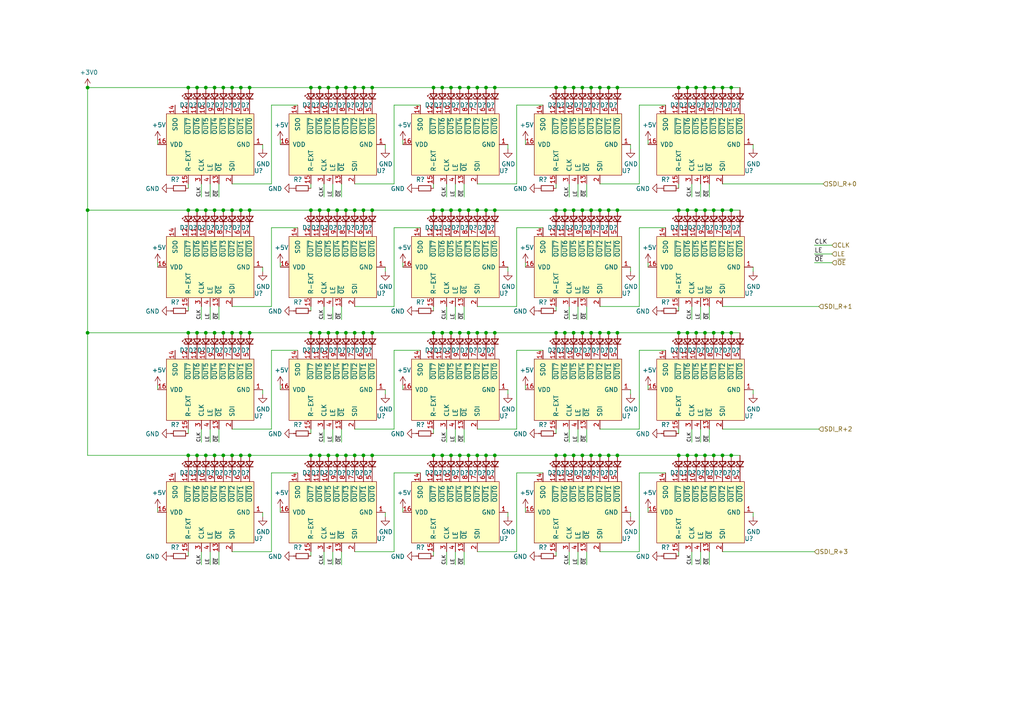
<source format=kicad_sch>
(kicad_sch (version 20211123) (generator eeschema)
  (paper "A4")
  (junction (at 135.89 132.08))
  (junction (at 107.95 96.52))
  (junction (at 207.01 132.08))
  (junction (at 90.17 96.52))
  (junction (at 92.71 60.96))
  (junction (at 179.07 132.08))
  (junction (at 57.15 60.96))
  (junction (at 176.53 96.52))
  (junction (at 62.23 132.08))
  (junction (at 97.79 132.08))
  (junction (at 90.17 132.08))
  (junction (at 163.83 96.52))
  (junction (at 133.35 25.4))
  (junction (at 138.43 25.4))
  (junction (at 196.85 96.52))
  (junction (at 161.29 96.52))
  (junction (at 133.35 132.08))
  (junction (at 161.29 60.96))
  (junction (at 90.17 25.4))
  (junction (at 130.81 60.96))
  (junction (at 128.27 132.08))
  (junction (at 128.27 96.52))
  (junction (at 92.71 25.4))
  (junction (at 163.83 25.4))
  (junction (at 64.77 132.08))
  (junction (at 201.93 132.08))
  (junction (at 97.79 96.52))
  (junction (at 107.95 132.08))
  (junction (at 54.61 60.96))
  (junction (at 204.47 60.96))
  (junction (at 176.53 132.08))
  (junction (at 199.39 25.4))
  (junction (at 199.39 132.08))
  (junction (at 138.43 132.08))
  (junction (at 130.81 25.4))
  (junction (at 138.43 96.52))
  (junction (at 199.39 60.96))
  (junction (at 173.99 25.4))
  (junction (at 54.61 96.52))
  (junction (at 105.41 96.52))
  (junction (at 171.45 132.08))
  (junction (at 100.33 96.52))
  (junction (at 100.33 60.96))
  (junction (at 140.97 25.4))
  (junction (at 102.87 60.96))
  (junction (at 199.39 96.52))
  (junction (at 143.51 60.96))
  (junction (at 161.29 25.4))
  (junction (at 95.25 60.96))
  (junction (at 140.97 132.08))
  (junction (at 176.53 25.4))
  (junction (at 105.41 25.4))
  (junction (at 67.31 96.52))
  (junction (at 196.85 25.4))
  (junction (at 196.85 60.96))
  (junction (at 173.99 60.96))
  (junction (at 100.33 132.08))
  (junction (at 133.35 96.52))
  (junction (at 196.85 132.08))
  (junction (at 207.01 60.96))
  (junction (at 176.53 60.96))
  (junction (at 143.51 96.52))
  (junction (at 135.89 25.4))
  (junction (at 97.79 60.96))
  (junction (at 209.55 25.4))
  (junction (at 168.91 132.08))
  (junction (at 67.31 25.4))
  (junction (at 57.15 132.08))
  (junction (at 67.31 132.08))
  (junction (at 64.77 60.96))
  (junction (at 130.81 132.08))
  (junction (at 133.35 60.96))
  (junction (at 143.51 132.08))
  (junction (at 166.37 132.08))
  (junction (at 72.39 25.4))
  (junction (at 69.85 132.08))
  (junction (at 59.69 132.08))
  (junction (at 212.09 25.4))
  (junction (at 102.87 25.4))
  (junction (at 204.47 96.52))
  (junction (at 171.45 60.96))
  (junction (at 125.73 60.96))
  (junction (at 105.41 132.08))
  (junction (at 72.39 132.08))
  (junction (at 128.27 25.4))
  (junction (at 57.15 25.4))
  (junction (at 135.89 96.52))
  (junction (at 125.73 96.52))
  (junction (at 168.91 96.52))
  (junction (at 209.55 132.08))
  (junction (at 90.17 60.96))
  (junction (at 125.73 25.4))
  (junction (at 62.23 25.4))
  (junction (at 128.27 60.96))
  (junction (at 25.4 25.4))
  (junction (at 212.09 132.08))
  (junction (at 107.95 25.4))
  (junction (at 59.69 60.96))
  (junction (at 140.97 96.52))
  (junction (at 173.99 132.08))
  (junction (at 207.01 25.4))
  (junction (at 138.43 60.96))
  (junction (at 140.97 60.96))
  (junction (at 62.23 60.96))
  (junction (at 207.01 96.52))
  (junction (at 92.71 132.08))
  (junction (at 69.85 25.4))
  (junction (at 125.73 132.08))
  (junction (at 168.91 60.96))
  (junction (at 204.47 25.4))
  (junction (at 59.69 96.52))
  (junction (at 64.77 96.52))
  (junction (at 179.07 96.52))
  (junction (at 100.33 25.4))
  (junction (at 135.89 60.96))
  (junction (at 62.23 96.52))
  (junction (at 204.47 132.08))
  (junction (at 171.45 25.4))
  (junction (at 69.85 96.52))
  (junction (at 69.85 60.96))
  (junction (at 168.91 25.4))
  (junction (at 95.25 132.08))
  (junction (at 166.37 96.52))
  (junction (at 209.55 96.52))
  (junction (at 105.41 60.96))
  (junction (at 209.55 60.96))
  (junction (at 179.07 25.4))
  (junction (at 171.45 96.52))
  (junction (at 201.93 60.96))
  (junction (at 102.87 96.52))
  (junction (at 92.71 96.52))
  (junction (at 95.25 25.4))
  (junction (at 72.39 96.52))
  (junction (at 102.87 132.08))
  (junction (at 212.09 96.52))
  (junction (at 59.69 25.4))
  (junction (at 166.37 25.4))
  (junction (at 97.79 25.4))
  (junction (at 107.95 60.96))
  (junction (at 130.81 96.52))
  (junction (at 25.4 60.96))
  (junction (at 179.07 60.96))
  (junction (at 166.37 60.96))
  (junction (at 95.25 96.52))
  (junction (at 25.4 96.52))
  (junction (at 161.29 132.08))
  (junction (at 163.83 60.96))
  (junction (at 64.77 25.4))
  (junction (at 67.31 60.96))
  (junction (at 163.83 132.08))
  (junction (at 57.15 96.52))
  (junction (at 201.93 96.52))
  (junction (at 212.09 60.96))
  (junction (at 143.51 25.4))
  (junction (at 173.99 96.52))
  (junction (at 54.61 25.4))
  (junction (at 72.39 60.96))
  (junction (at 201.93 25.4))
  (junction (at 54.61 132.08))
  (wire (pts (xy 212.09 60.96) (xy 214.63 60.96)))
  (wire (pts (xy 185.42 88.9) (xy 173.99 88.9)))
  (wire (pts (xy 185.42 53.34) (xy 173.99 53.34)))
  (wire (pts (xy 167.64 88.9) (xy 167.64 92.71)))
  (wire (pts (xy 54.61 161.29) (xy 54.61 160.02)))
  (wire (pts (xy 86.36 66.04) (xy 78.74 66.04)))
  (wire (pts (xy 165.1 124.46) (xy 165.1 128.27)))
  (wire (pts (xy 165.1 53.34) (xy 165.1 57.15)))
  (wire (pts (xy 114.3 160.02) (xy 102.87 160.02)))
  (wire (pts (xy 182.88 77.47) (xy 182.88 78.74)))
  (wire (pts (xy 182.88 113.03) (xy 182.88 114.3)))
  (wire (pts (xy 54.61 90.17) (xy 54.61 88.9)))
  (wire (pts (xy 59.69 60.96) (xy 62.23 60.96)))
  (wire (pts (xy 193.04 137.16) (xy 185.42 137.16)))
  (wire (pts (xy 130.81 25.4) (xy 133.35 25.4)))
  (wire (pts (xy 133.35 132.08) (xy 135.89 132.08)))
  (wire (pts (xy 135.89 60.96) (xy 138.43 60.96)))
  (wire (pts (xy 161.29 54.61) (xy 161.29 53.34)))
  (wire (pts (xy 96.52 53.34) (xy 96.52 57.15)))
  (wire (pts (xy 199.39 96.52) (xy 201.93 96.52)))
  (wire (pts (xy 114.3 66.04) (xy 114.3 88.9)))
  (wire (pts (xy 138.43 96.52) (xy 140.97 96.52)))
  (wire (pts (xy 45.72 76.2) (xy 45.72 77.47)))
  (wire (pts (xy 165.1 88.9) (xy 165.1 92.71)))
  (wire (pts (xy 69.85 25.4) (xy 72.39 25.4)))
  (wire (pts (xy 161.29 161.29) (xy 161.29 160.02)))
  (wire (pts (xy 166.37 25.4) (xy 168.91 25.4)))
  (wire (pts (xy 125.73 96.52) (xy 128.27 96.52)))
  (wire (pts (xy 125.73 60.96) (xy 128.27 60.96)))
  (wire (pts (xy 163.83 25.4) (xy 166.37 25.4)))
  (wire (pts (xy 95.25 132.08) (xy 97.79 132.08)))
  (wire (pts (xy 92.71 25.4) (xy 95.25 25.4)))
  (wire (pts (xy 129.54 124.46) (xy 129.54 128.27)))
  (wire (pts (xy 121.92 66.04) (xy 114.3 66.04)))
  (wire (pts (xy 173.99 60.96) (xy 176.53 60.96)))
  (wire (pts (xy 161.29 60.96) (xy 163.83 60.96)))
  (wire (pts (xy 196.85 161.29) (xy 196.85 160.02)))
  (wire (pts (xy 99.06 53.34) (xy 99.06 57.15)))
  (wire (pts (xy 149.86 88.9) (xy 138.43 88.9)))
  (wire (pts (xy 60.96 53.34) (xy 60.96 57.15)))
  (wire (pts (xy 161.29 96.52) (xy 163.83 96.52)))
  (wire (pts (xy 125.73 132.08) (xy 107.95 132.08)))
  (wire (pts (xy 76.2 78.74) (xy 76.2 77.47)))
  (wire (pts (xy 133.35 25.4) (xy 135.89 25.4)))
  (wire (pts (xy 63.5 88.9) (xy 63.5 92.71)))
  (wire (pts (xy 86.36 137.16) (xy 78.74 137.16)))
  (wire (pts (xy 114.3 137.16) (xy 114.3 160.02)))
  (wire (pts (xy 114.3 53.34) (xy 102.87 53.34)))
  (wire (pts (xy 121.92 137.16) (xy 114.3 137.16)))
  (wire (pts (xy 64.77 132.08) (xy 67.31 132.08)))
  (wire (pts (xy 209.55 132.08) (xy 212.09 132.08)))
  (wire (pts (xy 168.91 132.08) (xy 171.45 132.08)))
  (wire (pts (xy 173.99 25.4) (xy 176.53 25.4)))
  (wire (pts (xy 105.41 60.96) (xy 107.95 60.96)))
  (wire (pts (xy 166.37 132.08) (xy 168.91 132.08)))
  (wire (pts (xy 140.97 25.4) (xy 143.51 25.4)))
  (wire (pts (xy 64.77 60.96) (xy 67.31 60.96)))
  (wire (pts (xy 105.41 132.08) (xy 107.95 132.08)))
  (wire (pts (xy 171.45 25.4) (xy 173.99 25.4)))
  (wire (pts (xy 54.61 60.96) (xy 25.4 60.96)))
  (wire (pts (xy 212.09 25.4) (xy 214.63 25.4)))
  (wire (pts (xy 134.62 88.9) (xy 134.62 92.71)))
  (wire (pts (xy 176.53 96.52) (xy 179.07 96.52)))
  (wire (pts (xy 86.36 30.48) (xy 78.74 30.48)))
  (wire (pts (xy 134.62 160.02) (xy 134.62 163.83)))
  (wire (pts (xy 92.71 60.96) (xy 95.25 60.96)))
  (wire (pts (xy 166.37 60.96) (xy 168.91 60.96)))
  (wire (pts (xy 102.87 132.08) (xy 105.41 132.08)))
  (wire (pts (xy 111.76 41.91) (xy 111.76 43.18)))
  (wire (pts (xy 129.54 53.34) (xy 129.54 57.15)))
  (wire (pts (xy 241.3 76.2) (xy 236.22 76.2)))
  (wire (pts (xy 218.44 41.91) (xy 218.44 43.18)))
  (wire (pts (xy 200.66 53.34) (xy 200.66 57.15)))
  (wire (pts (xy 140.97 96.52) (xy 143.51 96.52)))
  (wire (pts (xy 58.42 160.02) (xy 58.42 163.83)))
  (wire (pts (xy 209.55 160.02) (xy 236.22 160.02)))
  (wire (pts (xy 97.79 96.52) (xy 100.33 96.52)))
  (wire (pts (xy 138.43 25.4) (xy 140.97 25.4)))
  (wire (pts (xy 130.81 96.52) (xy 133.35 96.52)))
  (wire (pts (xy 168.91 60.96) (xy 171.45 60.96)))
  (wire (pts (xy 203.2 53.34) (xy 203.2 57.15)))
  (wire (pts (xy 187.96 147.32) (xy 187.96 148.59)))
  (wire (pts (xy 57.15 96.52) (xy 59.69 96.52)))
  (wire (pts (xy 171.45 132.08) (xy 173.99 132.08)))
  (wire (pts (xy 241.3 73.66) (xy 236.22 73.66)))
  (wire (pts (xy 76.2 149.86) (xy 76.2 148.59)))
  (wire (pts (xy 69.85 60.96) (xy 72.39 60.96)))
  (wire (pts (xy 196.85 132.08) (xy 179.07 132.08)))
  (wire (pts (xy 200.66 160.02) (xy 200.66 163.83)))
  (wire (pts (xy 157.48 30.48) (xy 149.86 30.48)))
  (wire (pts (xy 59.69 25.4) (xy 62.23 25.4)))
  (wire (pts (xy 161.29 96.52) (xy 143.51 96.52)))
  (wire (pts (xy 134.62 53.34) (xy 134.62 57.15)))
  (wire (pts (xy 76.2 43.18) (xy 76.2 41.91)))
  (wire (pts (xy 125.73 54.61) (xy 125.73 53.34)))
  (wire (pts (xy 149.86 30.48) (xy 149.86 53.34)))
  (wire (pts (xy 135.89 25.4) (xy 138.43 25.4)))
  (wire (pts (xy 204.47 132.08) (xy 207.01 132.08)))
  (wire (pts (xy 207.01 96.52) (xy 209.55 96.52)))
  (wire (pts (xy 147.32 77.47) (xy 147.32 78.74)))
  (wire (pts (xy 205.74 124.46) (xy 205.74 128.27)))
  (wire (pts (xy 205.74 53.34) (xy 205.74 57.15)))
  (wire (pts (xy 116.84 111.76) (xy 116.84 113.03)))
  (wire (pts (xy 209.55 25.4) (xy 212.09 25.4)))
  (wire (pts (xy 62.23 60.96) (xy 64.77 60.96)))
  (wire (pts (xy 81.28 111.76) (xy 81.28 113.03)))
  (wire (pts (xy 209.55 60.96) (xy 212.09 60.96)))
  (wire (pts (xy 163.83 60.96) (xy 166.37 60.96)))
  (wire (pts (xy 72.39 25.4) (xy 90.17 25.4)))
  (wire (pts (xy 170.18 124.46) (xy 170.18 128.27)))
  (wire (pts (xy 149.86 66.04) (xy 149.86 88.9)))
  (wire (pts (xy 78.74 160.02) (xy 67.31 160.02)))
  (wire (pts (xy 193.04 66.04) (xy 185.42 66.04)))
  (wire (pts (xy 167.64 53.34) (xy 167.64 57.15)))
  (wire (pts (xy 90.17 96.52) (xy 92.71 96.52)))
  (wire (pts (xy 93.98 124.46) (xy 93.98 128.27)))
  (wire (pts (xy 185.42 137.16) (xy 185.42 160.02)))
  (wire (pts (xy 90.17 161.29) (xy 90.17 160.02)))
  (wire (pts (xy 170.18 88.9) (xy 170.18 92.71)))
  (wire (pts (xy 203.2 124.46) (xy 203.2 128.27)))
  (wire (pts (xy 54.61 132.08) (xy 57.15 132.08)))
  (wire (pts (xy 218.44 77.47) (xy 218.44 78.74)))
  (wire (pts (xy 78.74 30.48) (xy 78.74 53.34)))
  (wire (pts (xy 116.84 40.64) (xy 116.84 41.91)))
  (wire (pts (xy 170.18 53.34) (xy 170.18 57.15)))
  (wire (pts (xy 135.89 96.52) (xy 138.43 96.52)))
  (wire (pts (xy 196.85 60.96) (xy 179.07 60.96)))
  (wire (pts (xy 81.28 147.32) (xy 81.28 148.59)))
  (wire (pts (xy 105.41 25.4) (xy 107.95 25.4)))
  (wire (pts (xy 149.86 160.02) (xy 138.43 160.02)))
  (wire (pts (xy 125.73 96.52) (xy 107.95 96.52)))
  (wire (pts (xy 99.06 88.9) (xy 99.06 92.71)))
  (wire (pts (xy 161.29 60.96) (xy 143.51 60.96)))
  (wire (pts (xy 187.96 40.64) (xy 187.96 41.91)))
  (wire (pts (xy 25.4 132.08) (xy 25.4 96.52)))
  (wire (pts (xy 196.85 25.4) (xy 199.39 25.4)))
  (wire (pts (xy 176.53 25.4) (xy 179.07 25.4)))
  (wire (pts (xy 125.73 60.96) (xy 107.95 60.96)))
  (wire (pts (xy 60.96 160.02) (xy 60.96 163.83)))
  (wire (pts (xy 100.33 25.4) (xy 102.87 25.4)))
  (wire (pts (xy 78.74 53.34) (xy 67.31 53.34)))
  (wire (pts (xy 97.79 25.4) (xy 100.33 25.4)))
  (wire (pts (xy 134.62 124.46) (xy 134.62 128.27)))
  (wire (pts (xy 111.76 77.47) (xy 111.76 78.74)))
  (wire (pts (xy 207.01 132.08) (xy 209.55 132.08)))
  (wire (pts (xy 93.98 53.34) (xy 93.98 57.15)))
  (wire (pts (xy 125.73 25.4) (xy 107.95 25.4)))
  (wire (pts (xy 97.79 60.96) (xy 100.33 60.96)))
  (wire (pts (xy 111.76 148.59) (xy 111.76 149.86)))
  (wire (pts (xy 114.3 101.6) (xy 114.3 124.46)))
  (wire (pts (xy 63.5 53.34) (xy 63.5 57.15)))
  (wire (pts (xy 58.42 124.46) (xy 58.42 128.27)))
  (wire (pts (xy 132.08 160.02) (xy 132.08 163.83)))
  (wire (pts (xy 128.27 132.08) (xy 130.81 132.08)))
  (wire (pts (xy 205.74 160.02) (xy 205.74 163.83)))
  (wire (pts (xy 128.27 96.52) (xy 130.81 96.52)))
  (wire (pts (xy 67.31 96.52) (xy 69.85 96.52)))
  (wire (pts (xy 86.36 101.6) (xy 78.74 101.6)))
  (wire (pts (xy 241.3 71.12) (xy 236.22 71.12)))
  (wire (pts (xy 96.52 124.46) (xy 96.52 128.27)))
  (wire (pts (xy 45.72 111.76) (xy 45.72 113.03)))
  (wire (pts (xy 90.17 125.73) (xy 90.17 124.46)))
  (wire (pts (xy 135.89 132.08) (xy 138.43 132.08)))
  (wire (pts (xy 58.42 88.9) (xy 58.42 92.71)))
  (wire (pts (xy 81.28 40.64) (xy 81.28 41.91)))
  (wire (pts (xy 125.73 90.17) (xy 125.73 88.9)))
  (wire (pts (xy 157.48 66.04) (xy 149.86 66.04)))
  (wire (pts (xy 128.27 60.96) (xy 130.81 60.96)))
  (wire (pts (xy 176.53 60.96) (xy 179.07 60.96)))
  (wire (pts (xy 54.61 54.61) (xy 54.61 53.34)))
  (wire (pts (xy 90.17 54.61) (xy 90.17 53.34)))
  (wire (pts (xy 161.29 132.08) (xy 163.83 132.08)))
  (wire (pts (xy 200.66 88.9) (xy 200.66 92.71)))
  (wire (pts (xy 67.31 25.4) (xy 69.85 25.4)))
  (wire (pts (xy 69.85 132.08) (xy 72.39 132.08)))
  (wire (pts (xy 93.98 88.9) (xy 93.98 92.71)))
  (wire (pts (xy 57.15 25.4) (xy 59.69 25.4)))
  (wire (pts (xy 130.81 60.96) (xy 133.35 60.96)))
  (wire (pts (xy 57.15 132.08) (xy 59.69 132.08)))
  (wire (pts (xy 199.39 132.08) (xy 201.93 132.08)))
  (wire (pts (xy 161.29 132.08) (xy 143.51 132.08)))
  (wire (pts (xy 182.88 148.59) (xy 182.88 149.86)))
  (wire (pts (xy 133.35 96.52) (xy 135.89 96.52)))
  (wire (pts (xy 138.43 132.08) (xy 140.97 132.08)))
  (wire (pts (xy 90.17 96.52) (xy 72.39 96.52)))
  (wire (pts (xy 170.18 160.02) (xy 170.18 163.83)))
  (wire (pts (xy 90.17 60.96) (xy 92.71 60.96)))
  (wire (pts (xy 149.86 137.16) (xy 149.86 160.02)))
  (wire (pts (xy 64.77 96.52) (xy 67.31 96.52)))
  (wire (pts (xy 78.74 88.9) (xy 67.31 88.9)))
  (wire (pts (xy 54.61 60.96) (xy 57.15 60.96)))
  (wire (pts (xy 69.85 96.52) (xy 72.39 96.52)))
  (wire (pts (xy 121.92 30.48) (xy 114.3 30.48)))
  (wire (pts (xy 95.25 60.96) (xy 97.79 60.96)))
  (wire (pts (xy 201.93 60.96) (xy 204.47 60.96)))
  (wire (pts (xy 196.85 90.17) (xy 196.85 88.9)))
  (wire (pts (xy 60.96 88.9) (xy 60.96 92.71)))
  (wire (pts (xy 196.85 96.52) (xy 179.07 96.52)))
  (wire (pts (xy 45.72 40.64) (xy 45.72 41.91)))
  (wire (pts (xy 196.85 60.96) (xy 199.39 60.96)))
  (wire (pts (xy 138.43 60.96) (xy 140.97 60.96)))
  (wire (pts (xy 185.42 160.02) (xy 173.99 160.02)))
  (wire (pts (xy 167.64 160.02) (xy 167.64 163.83)))
  (wire (pts (xy 121.92 101.6) (xy 114.3 101.6)))
  (wire (pts (xy 63.5 160.02) (xy 63.5 163.83)))
  (wire (pts (xy 167.64 124.46) (xy 167.64 128.27)))
  (wire (pts (xy 176.53 132.08) (xy 179.07 132.08)))
  (wire (pts (xy 209.55 124.46) (xy 237.49 124.46)))
  (wire (pts (xy 67.31 132.08) (xy 69.85 132.08)))
  (wire (pts (xy 133.35 60.96) (xy 135.89 60.96)))
  (wire (pts (xy 157.48 137.16) (xy 149.86 137.16)))
  (wire (pts (xy 54.61 25.4) (xy 57.15 25.4)))
  (wire (pts (xy 161.29 125.73) (xy 161.29 124.46)))
  (wire (pts (xy 125.73 125.73) (xy 125.73 124.46)))
  (wire (pts (xy 78.74 66.04) (xy 78.74 88.9)))
  (wire (pts (xy 171.45 60.96) (xy 173.99 60.96)))
  (wire (pts (xy 168.91 25.4) (xy 171.45 25.4)))
  (wire (pts (xy 173.99 132.08) (xy 176.53 132.08)))
  (wire (pts (xy 185.42 30.48) (xy 185.42 53.34)))
  (wire (pts (xy 58.42 53.34) (xy 58.42 57.15)))
  (wire (pts (xy 161.29 25.4) (xy 143.51 25.4)))
  (wire (pts (xy 125.73 132.08) (xy 128.27 132.08)))
  (wire (pts (xy 95.25 96.52) (xy 97.79 96.52)))
  (wire (pts (xy 185.42 66.04) (xy 185.42 88.9)))
  (wire (pts (xy 116.84 76.2) (xy 116.84 77.47)))
  (wire (pts (xy 199.39 60.96) (xy 201.93 60.96)))
  (wire (pts (xy 187.96 76.2) (xy 187.96 77.47)))
  (wire (pts (xy 165.1 160.02) (xy 165.1 163.83)))
  (wire (pts (xy 207.01 25.4) (xy 209.55 25.4)))
  (wire (pts (xy 218.44 148.59) (xy 218.44 149.86)))
  (wire (pts (xy 203.2 160.02) (xy 203.2 163.83)))
  (wire (pts (xy 149.86 53.34) (xy 138.43 53.34)))
  (wire (pts (xy 182.88 41.91) (xy 182.88 43.18)))
  (wire (pts (xy 140.97 132.08) (xy 143.51 132.08)))
  (wire (pts (xy 204.47 96.52) (xy 207.01 96.52)))
  (wire (pts (xy 149.86 101.6) (xy 149.86 124.46)))
  (wire (pts (xy 45.72 147.32) (xy 45.72 148.59)))
  (wire (pts (xy 147.32 113.03) (xy 147.32 114.3)))
  (wire (pts (xy 166.37 96.52) (xy 168.91 96.52)))
  (wire (pts (xy 54.61 96.52) (xy 25.4 96.52)))
  (wire (pts (xy 129.54 160.02) (xy 129.54 163.83)))
  (wire (pts (xy 92.71 96.52) (xy 95.25 96.52)))
  (wire (pts (xy 196.85 125.73) (xy 196.85 124.46)))
  (wire (pts (xy 187.96 111.76) (xy 187.96 113.03)))
  (wire (pts (xy 90.17 60.96) (xy 72.39 60.96)))
  (wire (pts (xy 93.98 160.02) (xy 93.98 163.83)))
  (wire (pts (xy 129.54 88.9) (xy 129.54 92.71)))
  (wire (pts (xy 99.06 124.46) (xy 99.06 128.27)))
  (wire (pts (xy 152.4 76.2) (xy 152.4 77.47)))
  (wire (pts (xy 163.83 96.52) (xy 166.37 96.52)))
  (wire (pts (xy 152.4 40.64) (xy 152.4 41.91)))
  (wire (pts (xy 201.93 25.4) (xy 204.47 25.4)))
  (wire (pts (xy 99.06 160.02) (xy 99.06 163.83)))
  (wire (pts (xy 161.29 25.4) (xy 163.83 25.4)))
  (wire (pts (xy 238.76 53.34) (xy 209.55 53.34)))
  (wire (pts (xy 90.17 90.17) (xy 90.17 88.9)))
  (wire (pts (xy 90.17 132.08) (xy 72.39 132.08)))
  (wire (pts (xy 90.17 25.4) (xy 92.71 25.4)))
  (wire (pts (xy 102.87 60.96) (xy 105.41 60.96)))
  (wire (pts (xy 59.69 132.08) (xy 62.23 132.08)))
  (wire (pts (xy 132.08 53.34) (xy 132.08 57.15)))
  (wire (pts (xy 209.55 88.9) (xy 237.49 88.9)))
  (wire (pts (xy 54.61 125.73) (xy 54.61 124.46)))
  (wire (pts (xy 152.4 147.32) (xy 152.4 148.59)))
  (wire (pts (xy 171.45 96.52) (xy 173.99 96.52)))
  (wire (pts (xy 152.4 111.76) (xy 152.4 113.03)))
  (wire (pts (xy 114.3 124.46) (xy 102.87 124.46)))
  (wire (pts (xy 59.69 96.52) (xy 62.23 96.52)))
  (wire (pts (xy 204.47 60.96) (xy 207.01 60.96)))
  (wire (pts (xy 111.76 113.03) (xy 111.76 114.3)))
  (wire (pts (xy 67.31 60.96) (xy 69.85 60.96)))
  (wire (pts (xy 125.73 25.4) (xy 128.27 25.4)))
  (wire (pts (xy 92.71 132.08) (xy 95.25 132.08)))
  (wire (pts (xy 200.66 124.46) (xy 200.66 128.27)))
  (wire (pts (xy 147.32 41.91) (xy 147.32 43.18)))
  (wire (pts (xy 132.08 124.46) (xy 132.08 128.27)))
  (wire (pts (xy 60.96 124.46) (xy 60.96 128.27)))
  (wire (pts (xy 96.52 88.9) (xy 96.52 92.71)))
  (wire (pts (xy 193.04 30.48) (xy 185.42 30.48)))
  (wire (pts (xy 78.74 124.46) (xy 67.31 124.46)))
  (wire (pts (xy 25.4 60.96) (xy 25.4 96.52)))
  (wire (pts (xy 201.93 96.52) (xy 204.47 96.52)))
  (wire (pts (xy 196.85 25.4) (xy 179.07 25.4)))
  (wire (pts (xy 207.01 60.96) (xy 209.55 60.96)))
  (wire (pts (xy 185.42 101.6) (xy 185.42 124.46)))
  (wire (pts (xy 100.33 132.08) (xy 102.87 132.08)))
  (wire (pts (xy 62.23 96.52) (xy 64.77 96.52)))
  (wire (pts (xy 185.42 124.46) (xy 173.99 124.46)))
  (wire (pts (xy 204.47 25.4) (xy 207.01 25.4)))
  (wire (pts (xy 199.39 25.4) (xy 201.93 25.4)))
  (wire (pts (xy 163.83 132.08) (xy 166.37 132.08)))
  (wire (pts (xy 54.61 96.52) (xy 57.15 96.52)))
  (wire (pts (xy 209.55 96.52) (xy 212.09 96.52)))
  (wire (pts (xy 157.48 101.6) (xy 149.86 101.6)))
  (wire (pts (xy 132.08 88.9) (xy 132.08 92.71)))
  (wire (pts (xy 63.5 124.46) (xy 63.5 128.27)))
  (wire (pts (xy 218.44 113.03) (xy 218.44 114.3)))
  (wire (pts (xy 205.74 88.9) (xy 205.74 92.71)))
  (wire (pts (xy 114.3 88.9) (xy 102.87 88.9)))
  (wire (pts (xy 161.29 90.17) (xy 161.29 88.9)))
  (wire (pts (xy 196.85 132.08) (xy 199.39 132.08)))
  (wire (pts (xy 54.61 132.08) (xy 25.4 132.08)))
  (wire (pts (xy 130.81 132.08) (xy 133.35 132.08)))
  (wire (pts (xy 90.17 132.08) (xy 92.71 132.08)))
  (wire (pts (xy 116.84 147.32) (xy 116.84 148.59)))
  (wire (pts (xy 100.33 96.52) (xy 102.87 96.52)))
  (wire (pts (xy 168.91 96.52) (xy 171.45 96.52)))
  (wire (pts (xy 212.09 132.08) (xy 214.63 132.08)))
  (wire (pts (xy 25.4 25.4) (xy 54.61 25.4)))
  (wire (pts (xy 78.74 137.16) (xy 78.74 160.02)))
  (wire (pts (xy 100.33 60.96) (xy 102.87 60.96)))
  (wire (pts (xy 97.79 132.08) (xy 100.33 132.08)))
  (wire (pts (xy 57.15 60.96) (xy 59.69 60.96)))
  (wire (pts (xy 203.2 88.9) (xy 203.2 92.71)))
  (wire (pts (xy 96.52 160.02) (xy 96.52 163.83)))
  (wire (pts (xy 196.85 54.61) (xy 196.85 53.34)))
  (wire (pts (xy 114.3 30.48) (xy 114.3 53.34)))
  (wire (pts (xy 193.04 101.6) (xy 185.42 101.6)))
  (wire (pts (xy 212.09 96.52) (xy 214.63 96.52)))
  (wire (pts (xy 25.4 25.4) (xy 25.4 60.96)))
  (wire (pts (xy 81.28 76.2) (xy 81.28 77.47)))
  (wire (pts (xy 95.25 25.4) (xy 97.79 25.4)))
  (wire (pts (xy 140.97 60.96) (xy 143.51 60.96)))
  (wire (pts (xy 128.27 25.4) (xy 130.81 25.4)))
  (wire (pts (xy 201.93 132.08) (xy 204.47 132.08)))
  (wire (pts (xy 62.23 132.08) (xy 64.77 132.08)))
  (wire (pts (xy 102.87 96.52) (xy 105.41 96.52)))
  (wire (pts (xy 196.85 96.52) (xy 199.39 96.52)))
  (wire (pts (xy 64.77 25.4) (xy 67.31 25.4)))
  (wire (pts (xy 76.2 114.3) (xy 76.2 113.03)))
  (wire (pts (xy 173.99 96.52) (xy 176.53 96.52)))
  (wire (pts (xy 105.41 96.52) (xy 107.95 96.52)))
  (wire (pts (xy 102.87 25.4) (xy 105.41 25.4)))
  (wire (pts (xy 62.23 25.4) (xy 64.77 25.4)))
  (wire (pts (xy 78.74 101.6) (xy 78.74 124.46)))
  (wire (pts (xy 125.73 161.29) (xy 125.73 160.02)))
  (wire (pts (xy 147.32 148.59) (xy 147.32 149.86)))
  (wire (pts (xy 149.86 124.46) (xy 138.43 124.46)))
  (label "CLK" (at 58.42 92.71 90) (effects (font (size 0.9906 0.9906))))
  (label "~{OE}" (at 205.74 128.27 90) (effects (font (size 0.9906 0.9906))))
  (label "LE" (at 203.2 57.15 90) (effects (font (size 0.9906 0.9906))))
  (label "LE" (at 203.2 92.71 90) (effects (font (size 0.9906 0.9906))))
  (label "LE" (at 96.52 163.83 90) (effects (font (size 0.9906 0.9906))))
  (label "CLK" (at 58.42 163.83 90) (effects (font (size 0.9906 0.9906))))
  (label "LE" (at 132.08 57.15 90) (effects (font (size 0.9906 0.9906))))
  (label "CLK" (at 236.22 71.12 0))
  (label "LE" (at 167.64 92.71 90) (effects (font (size 0.9906 0.9906))))
  (label "CLK" (at 58.42 57.15 90) (effects (font (size 0.9906 0.9906))))
  (label "~{OE}" (at 134.62 92.71 90) (effects (font (size 0.9906 0.9906))))
  (label "CLK" (at 58.42 128.27 90) (effects (font (size 0.9906 0.9906))))
  (label "CLK" (at 165.1 57.15 90) (effects (font (size 0.9906 0.9906))))
  (label "LE" (at 167.64 128.27 90) (effects (font (size 0.9906 0.9906))))
  (label "~{OE}" (at 170.18 128.27 90) (effects (font (size 0.9906 0.9906))))
  (label "~{OE}" (at 99.06 92.71 90) (effects (font (size 0.9906 0.9906))))
  (label "LE" (at 203.2 163.83 90) (effects (font (size 0.9906 0.9906))))
  (label "LE" (at 96.52 57.15 90) (effects (font (size 0.9906 0.9906))))
  (label "LE" (at 60.96 92.71 90) (effects (font (size 0.9906 0.9906))))
  (label "~{OE}" (at 134.62 57.15 90) (effects (font (size 0.9906 0.9906))))
  (label "CLK" (at 200.66 92.71 90) (effects (font (size 0.9906 0.9906))))
  (label "~{OE}" (at 236.22 76.2 0))
  (label "LE" (at 96.52 128.27 90) (effects (font (size 0.9906 0.9906))))
  (label "LE" (at 167.64 163.83 90) (effects (font (size 0.9906 0.9906))))
  (label "~{OE}" (at 63.5 128.27 90) (effects (font (size 0.9906 0.9906))))
  (label "CLK" (at 129.54 163.83 90) (effects (font (size 0.9906 0.9906))))
  (label "~{OE}" (at 63.5 57.15 90) (effects (font (size 0.9906 0.9906))))
  (label "LE" (at 60.96 57.15 90) (effects (font (size 0.9906 0.9906))))
  (label "~{OE}" (at 99.06 57.15 90) (effects (font (size 0.9906 0.9906))))
  (label "CLK" (at 129.54 128.27 90) (effects (font (size 0.9906 0.9906))))
  (label "~{OE}" (at 170.18 163.83 90) (effects (font (size 0.9906 0.9906))))
  (label "~{OE}" (at 99.06 163.83 90) (effects (font (size 0.9906 0.9906))))
  (label "CLK" (at 165.1 128.27 90) (effects (font (size 0.9906 0.9906))))
  (label "CLK" (at 165.1 163.83 90) (effects (font (size 0.9906 0.9906))))
  (label "CLK" (at 129.54 92.71 90) (effects (font (size 0.9906 0.9906))))
  (label "~{OE}" (at 63.5 92.71 90) (effects (font (size 0.9906 0.9906))))
  (label "LE" (at 132.08 128.27 90) (effects (font (size 0.9906 0.9906))))
  (label "~{OE}" (at 170.18 57.15 90) (effects (font (size 0.9906 0.9906))))
  (label "~{OE}" (at 134.62 163.83 90) (effects (font (size 0.9906 0.9906))))
  (label "LE" (at 167.64 57.15 90) (effects (font (size 0.9906 0.9906))))
  (label "~{OE}" (at 99.06 128.27 90) (effects (font (size 0.9906 0.9906))))
  (label "~{OE}" (at 134.62 128.27 90) (effects (font (size 0.9906 0.9906))))
  (label "LE" (at 203.2 128.27 90) (effects (font (size 0.9906 0.9906))))
  (label "CLK" (at 93.98 92.71 90) (effects (font (size 0.9906 0.9906))))
  (label "LE" (at 236.22 73.66 0))
  (label "CLK" (at 93.98 128.27 90) (effects (font (size 0.9906 0.9906))))
  (label "CLK" (at 200.66 163.83 90) (effects (font (size 0.9906 0.9906))))
  (label "CLK" (at 165.1 92.71 90) (effects (font (size 0.9906 0.9906))))
  (label "~{OE}" (at 170.18 92.71 90) (effects (font (size 0.9906 0.9906))))
  (label "LE" (at 96.52 92.71 90) (effects (font (size 0.9906 0.9906))))
  (label "LE" (at 60.96 128.27 90) (effects (font (size 0.9906 0.9906))))
  (label "LE" (at 60.96 163.83 90) (effects (font (size 0.9906 0.9906))))
  (label "LE" (at 132.08 163.83 90) (effects (font (size 0.9906 0.9906))))
  (label "CLK" (at 200.66 57.15 90) (effects (font (size 0.9906 0.9906))))
  (label "CLK" (at 200.66 128.27 90) (effects (font (size 0.9906 0.9906))))
  (label "CLK" (at 129.54 57.15 90) (effects (font (size 0.9906 0.9906))))
  (label "~{OE}" (at 205.74 163.83 90) (effects (font (size 0.9906 0.9906))))
  (label "CLK" (at 93.98 57.15 90) (effects (font (size 0.9906 0.9906))))
  (label "~{OE}" (at 205.74 57.15 90) (effects (font (size 0.9906 0.9906))))
  (label "LE" (at 132.08 92.71 90) (effects (font (size 0.9906 0.9906))))
  (label "CLK" (at 93.98 163.83 90) (effects (font (size 0.9906 0.9906))))
  (label "~{OE}" (at 63.5 163.83 90) (effects (font (size 0.9906 0.9906))))
  (label "~{OE}" (at 205.74 92.71 90) (effects (font (size 0.9906 0.9906))))
  (hierarchical_label "CLK" (shape input) (at 241.3 71.12 0))
  (hierarchical_label "~{OE}" (shape input) (at 241.3 76.2 0))
  (hierarchical_label "SDI_R+3" (shape input) (at 236.22 160.02 0))
  (hierarchical_label "LE" (shape input) (at 241.3 73.66 0))
  (hierarchical_label "SDI_R+0" (shape input) (at 238.76 53.34 0))
  (hierarchical_label "SDI_R+1" (shape input) (at 237.49 88.9 0))
  (hierarchical_label "SDI_R+2" (shape input) (at 237.49 124.46 0))
  (symbol (lib_id "LedMatrixBusLarge-rescue:MBI5167G-LedDriverIc") (at 96.52 148.59 90) (unit 1)
    (property "Reference" "U?" (at 109.22 156.21 90) (effects (justify right)))
  )
  (symbol (lib_id "power:+5V") (at 81.28 147.32 0) (unit 1)
    (property "Reference" "#PWR?" (effects hide))
  )
  (symbol (lib_id "power:GND") (at 147.32 114.3 0) (unit 1)
    (property "Reference" "#PWR?" (effects hide))
  )
  (symbol (lib_id "LedMatrixBusLarge-rescue:MBI5167G-LedDriverIc") (at 167.64 113.03 90) (unit 1)
    (property "Reference" "U?" (at 180.34 120.65 90) (effects (justify right)))
  )
  (symbol (lib_id "power:+5V") (at 152.4 111.76 0) (unit 1)
    (property "Reference" "#PWR?" (effects hide))
  )
  (symbol (lib_id "power:GND") (at 182.88 43.18 0) (unit 1)
    (property "Reference" "#PWR?" (effects hide))
  )
  (symbol (lib_id "Device:LED_Small") (at 128.27 27.94 90) (unit 1)
    (property "Reference" "D?" (at 125.73 30.48 90) (effects (justify right)))
  )
  (symbol (lib_id "Device:LED_Small") (at 130.81 27.94 90) (unit 1)
    (property "Reference" "D?" (at 128.27 30.48 90) (effects (justify right)))
  )
  (symbol (lib_id "Device:LED_Small") (at 133.35 27.94 90) (unit 1)
    (property "Reference" "D?" (at 130.81 30.48 90) (effects (justify right)))
  )
  (symbol (lib_id "Device:LED_Small") (at 168.91 27.94 90) (unit 1)
    (property "Reference" "D?" (at 166.37 30.48 90) (effects (justify right)))
  )
  (symbol (lib_id "Device:LED_Small") (at 173.99 27.94 90) (unit 1)
    (property "Reference" "D?" (at 171.45 30.48 90) (effects (justify right)))
  )
  (symbol (lib_id "Device:LED_Small") (at 179.07 27.94 90) (unit 1)
    (property "Reference" "D?" (at 176.53 30.48 90) (effects (justify right)))
  )
  (symbol (lib_id "Device:LED_Small") (at 196.85 27.94 90) (unit 1)
    (property "Reference" "D?" (at 194.31 30.48 90) (effects (justify right)))
  )
  (symbol (lib_id "Device:LED_Small") (at 201.93 27.94 90) (unit 1)
    (property "Reference" "D?" (at 199.39 30.48 90) (effects (justify right)))
  )
  (symbol (lib_id "Device:LED_Small") (at 204.47 27.94 90) (unit 1)
    (property "Reference" "D?" (at 201.93 30.48 90) (effects (justify right)))
  )
  (symbol (lib_id "Device:LED_Small") (at 69.85 63.5 90) (unit 1)
    (property "Reference" "D?" (at 67.31 66.04 90) (effects (justify right)))
  )
  (symbol (lib_id "Device:LED_Small") (at 125.73 63.5 90) (unit 1)
    (property "Reference" "D?" (at 123.19 66.04 90) (effects (justify right)))
  )
  (symbol (lib_id "Device:LED_Small") (at 128.27 63.5 90) (unit 1)
    (property "Reference" "D?" (at 125.73 66.04 90) (effects (justify right)))
  )
  (symbol (lib_id "Device:LED_Small") (at 130.81 63.5 90) (unit 1)
    (property "Reference" "D?" (at 128.27 66.04 90) (effects (justify right)))
  )
  (symbol (lib_id "Device:LED_Small") (at 143.51 63.5 90) (unit 1)
    (property "Reference" "D?" (at 140.97 66.04 90) (effects (justify right)))
  )
  (symbol (lib_id "Device:LED_Small") (at 161.29 63.5 90) (unit 1)
    (property "Reference" "D?" (at 158.75 66.04 90) (effects (justify right)))
  )
  (symbol (lib_id "Device:LED_Small") (at 163.83 63.5 90) (unit 1)
    (property "Reference" "D?" (at 161.29 66.04 90) (effects (justify right)))
  )
  (symbol (lib_id "Device:LED_Small") (at 196.85 63.5 90) (unit 1)
    (property "Reference" "D?" (at 194.31 66.04 90) (effects (justify right)))
  )
  (symbol (lib_id "Device:LED_Small") (at 207.01 63.5 90) (unit 1)
    (property "Reference" "D?" (at 204.47 66.04 90) (effects (justify right)))
  )
  (symbol (lib_id "Device:LED_Small") (at 209.55 63.5 90) (unit 1)
    (property "Reference" "D?" (at 207.01 66.04 90) (effects (justify right)))
  )
  (symbol (lib_id "Device:LED_Small") (at 212.09 63.5 90) (unit 1)
    (property "Reference" "D?" (at 209.55 66.04 90) (effects (justify right)))
  )
  (symbol (lib_id "Device:LED_Small") (at 100.33 99.06 90) (unit 1)
    (property "Reference" "D?" (at 97.79 101.6 90) (effects (justify right)))
  )
  (symbol (lib_id "Device:LED_Small") (at 64.77 134.62 90) (unit 1)
    (property "Reference" "D?" (at 62.23 137.16 90) (effects (justify right)))
  )
  (symbol (lib_id "Device:LED_Small") (at 92.71 134.62 90) (unit 1)
    (property "Reference" "D?" (at 90.17 137.16 90) (effects (justify right)))
  )
  (symbol (lib_id "Device:LED_Small") (at 128.27 134.62 90) (unit 1)
    (property "Reference" "D?" (at 125.73 137.16 90) (effects (justify right)))
  )
  (symbol (lib_id "Device:LED_Small") (at 130.81 134.62 90) (unit 1)
    (property "Reference" "D?" (at 128.27 137.16 90) (effects (justify right)))
  )
  (symbol (lib_id "Device:LED_Small") (at 176.53 134.62 90) (unit 1)
    (property "Reference" "D?" (at 173.99 137.16 90) (effects (justify right)))
  )
  (symbol (lib_id "power:GND") (at 85.09 90.17 270) (unit 1)
    (property "Reference" "#PWR?" (effects hide))
  )
  (symbol (lib_id "power:GND") (at 156.21 125.73 270) (unit 1)
    (property "Reference" "#PWR?" (effects hide))
  )
  (symbol (lib_id "LedMatrixBusLarge-rescue:MBI5167G-LedDriverIc") (at 132.08 148.59 90) (unit 1)
    (property "Reference" "U?" (at 144.78 156.21 90) (effects (justify right)))
  )
  (symbol (lib_id "power:+5V") (at 45.72 147.32 0) (unit 1)
    (property "Reference" "#PWR?" (effects hide))
  )
  (symbol (lib_id "power:GND") (at 111.76 149.86 0) (unit 1)
    (property "Reference" "#PWR?" (effects hide))
  )
  (symbol (lib_id "power:+5V") (at 116.84 147.32 0) (unit 1)
    (property "Reference" "#PWR?" (effects hide))
  )
  (symbol (lib_id "power:GND") (at 147.32 149.86 0) (unit 1)
    (property "Reference" "#PWR?" (effects hide))
  )
  (symbol (lib_id "LedMatrixBusLarge-rescue:MBI5167G-LedDriverIc") (at 167.64 148.59 90) (unit 1)
    (property "Reference" "U?" (at 180.34 156.21 90) (effects (justify right)))
  )
  (symbol (lib_id "power:+5V") (at 152.4 147.32 0) (unit 1)
    (property "Reference" "#PWR?" (effects hide))
  )
  (symbol (lib_id "power:GND") (at 182.88 149.86 0) (unit 1)
    (property "Reference" "#PWR?" (effects hide))
  )
  (symbol (lib_id "power:+5V") (at 187.96 147.32 0) (unit 1)
    (property "Reference" "#PWR?" (effects hide))
  )
  (symbol (lib_id "power:GND") (at 218.44 149.86 0) (unit 1)
    (property "Reference" "#PWR?" (effects hide))
  )
  (symbol (lib_id "power:GND") (at 76.2 149.86 0) (unit 1)
    (property "Reference" "#PWR?" (effects hide))
  )
  (symbol (lib_id "LedMatrixBusLarge-rescue:MBI5167G-LedDriverIc") (at 60.96 113.03 90) (unit 1)
    (property "Reference" "U?" (at 73.66 120.65 90) (effects (justify right)))
  )
  (symbol (lib_id "LedMatrixBusLarge-rescue:MBI5167G-LedDriverIc") (at 96.52 113.03 90) (unit 1)
    (property "Reference" "U?" (at 109.22 120.65 90) (effects (justify right)))
  )
  (symbol (lib_id "power:+5V") (at 81.28 111.76 0) (unit 1)
    (property "Reference" "#PWR?" (effects hide))
  )
  (symbol (lib_id "power:+5V") (at 45.72 111.76 0) (unit 1)
    (property "Reference" "#PWR?" (effects hide))
  )
  (symbol (lib_id "power:+5V") (at 116.84 111.76 0) (unit 1)
    (property "Reference" "#PWR?" (effects hide))
  )
  (symbol (lib_id "power:GND") (at 182.88 114.3 0) (unit 1)
    (property "Reference" "#PWR?" (effects hide))
  )
  (symbol (lib_id "LedMatrixBusLarge-rescue:MBI5167G-LedDriverIc") (at 203.2 113.03 90) (unit 1)
    (property "Reference" "U?" (at 215.9 120.65 90) (effects (justify right)))
  )
  (symbol (lib_id "power:+5V") (at 187.96 111.76 0) (unit 1)
    (property "Reference" "#PWR?" (effects hide))
  )
  (symbol (lib_id "power:GND") (at 218.44 114.3 0) (unit 1)
    (property "Reference" "#PWR?" (effects hide))
  )
  (symbol (lib_id "power:GND") (at 76.2 114.3 0) (unit 1)
    (property "Reference" "#PWR?" (effects hide))
  )
  (symbol (lib_id "LedMatrixBusLarge-rescue:MBI5167G-LedDriverIc") (at 60.96 77.47 90) (unit 1)
    (property "Reference" "U?" (at 73.66 85.09 90) (effects (justify right)))
  )
  (symbol (lib_id "power:+5V") (at 45.72 76.2 0) (unit 1)
    (property "Reference" "#PWR?" (effects hide))
  )
  (symbol (lib_id "power:GND") (at 111.76 78.74 0) (unit 1)
    (property "Reference" "#PWR?" (effects hide))
  )
  (symbol (lib_id "power:+5V") (at 116.84 76.2 0) (unit 1)
    (property "Reference" "#PWR?" (effects hide))
  )
  (symbol (lib_id "power:GND") (at 147.32 78.74 0) (unit 1)
    (property "Reference" "#PWR?" (effects hide))
  )
  (symbol (lib_id "power:+5V") (at 152.4 76.2 0) (unit 1)
    (property "Reference" "#PWR?" (effects hide))
  )
  (symbol (lib_id "LedMatrixBusLarge-rescue:MBI5167G-LedDriverIc") (at 203.2 77.47 90) (unit 1)
    (property "Reference" "U?" (at 215.9 85.09 90) (effects (justify right)))
  )
  (symbol (lib_id "power:GND") (at 76.2 78.74 0) (unit 1)
    (property "Reference" "#PWR?" (effects hide))
  )
  (symbol (lib_id "LedMatrixBusLarge-rescue:MBI5167G-LedDriverIc") (at 60.96 41.91 90) (unit 1)
    (property "Reference" "U?" (at 73.66 49.53 90) (effects (justify right)))
  )
  (symbol (lib_id "LedMatrixBusLarge-rescue:MBI5167G-LedDriverIc") (at 96.52 41.91 90) (unit 1)
    (property "Reference" "U?" (at 109.22 49.53 90) (effects (justify right)))
  )
  (symbol (lib_id "LedMatrixBusLarge-rescue:MBI5167G-LedDriverIc") (at 132.08 41.91 90) (unit 1)
    (property "Reference" "U?" (at 144.78 49.53 90) (effects (justify right)))
  )
  (symbol (lib_id "power:+5V") (at 81.28 40.64 0) (unit 1)
    (property "Reference" "#PWR?" (effects hide))
  )
  (symbol (lib_id "power:+5V") (at 45.72 40.64 0) (unit 1)
    (property "Reference" "#PWR?" (effects hide))
  )
  (symbol (lib_id "power:GND") (at 111.76 43.18 0) (unit 1)
    (property "Reference" "#PWR?" (effects hide))
  )
  (symbol (lib_id "power:+5V") (at 187.96 40.64 0) (unit 1)
    (property "Reference" "#PWR?" (effects hide))
  )
  (symbol (lib_id "power:GND") (at 218.44 43.18 0) (unit 1)
    (property "Reference" "#PWR?" (effects hide))
  )
  (symbol (lib_id "Device:LED_Small") (at 54.61 27.94 90) (unit 1)
    (property "Reference" "D?" (at 52.07 30.48 90) (effects (justify right)))
  )
  (symbol (lib_id "Device:LED_Small") (at 57.15 27.94 90) (unit 1)
    (property "Reference" "D?" (at 54.61 30.48 90) (effects (justify right)))
  )
  (symbol (lib_id "Device:LED_Small") (at 59.69 27.94 90) (unit 1)
    (property "Reference" "D?" (at 57.15 30.48 90) (effects (justify right)))
  )
  (symbol (lib_id "Device:LED_Small") (at 62.23 27.94 90) (unit 1)
    (property "Reference" "D?" (at 59.69 30.48 90) (effects (justify right)))
  )
  (symbol (lib_id "Device:LED_Small") (at 67.31 27.94 90) (unit 1)
    (property "Reference" "D?" (at 64.77 30.48 90) (effects (justify right)))
  )
  (symbol (lib_id "Device:LED_Small") (at 69.85 27.94 90) (unit 1)
    (property "Reference" "D?" (at 67.31 30.48 90) (effects (justify right)))
  )
  (symbol (lib_id "Device:LED_Small") (at 72.39 27.94 90) (unit 1)
    (property "Reference" "D?" (at 69.85 30.48 90) (effects (justify right)))
  )
  (symbol (lib_id "power:+3V0") (at 25.4 25.4 0) (unit 1)
    (property "Reference" "#PWR?" (effects hide))
  )
  (symbol (lib_id "Device:LED_Small") (at 92.71 27.94 90) (unit 1)
    (property "Reference" "D?" (at 90.17 30.48 90) (effects (justify right)))
  )
  (symbol (lib_id "Device:LED_Small") (at 95.25 27.94 90) (unit 1)
    (property "Reference" "D?" (at 92.71 30.48 90) (effects (justify right)))
  )
  (symbol (lib_id "Device:LED_Small") (at 97.79 27.94 90) (unit 1)
    (property "Reference" "D?" (at 95.25 30.48 90) (effects (justify right)))
  )
  (symbol (lib_id "Device:LED_Small") (at 100.33 27.94 90) (unit 1)
    (property "Reference" "D?" (at 97.79 30.48 90) (effects (justify right)))
  )
  (symbol (lib_id "Device:LED_Small") (at 105.41 27.94 90) (unit 1)
    (property "Reference" "D?" (at 102.87 30.48 90) (effects (justify right)))
  )
  (symbol (lib_id "Device:LED_Small") (at 107.95 27.94 90) (unit 1)
    (property "Reference" "D?" (at 105.41 30.48 90) (effects (justify right)))
  )
  (symbol (lib_id "Device:LED_Small") (at 138.43 27.94 90) (unit 1)
    (property "Reference" "D?" (at 135.89 30.48 90) (effects (justify right)))
  )
  (symbol (lib_id "Device:LED_Small") (at 140.97 27.94 90) (unit 1)
    (property "Reference" "D?" (at 138.43 30.48 90) (effects (justify right)))
  )
  (symbol (lib_id "Device:LED_Small") (at 143.51 27.94 90) (unit 1)
    (property "Reference" "D?" (at 140.97 30.48 90) (effects (justify right)))
  )
  (symbol (lib_id "Device:LED_Small") (at 161.29 27.94 90) (unit 1)
    (property "Reference" "D?" (at 158.75 30.48 90) (effects (justify right)))
  )
  (symbol (lib_id "Device:LED_Small") (at 163.83 27.94 90) (unit 1)
    (property "Reference" "D?" (at 161.29 30.48 90) (effects (justify right)))
  )
  (symbol (lib_id "Device:LED_Small") (at 166.37 27.94 90) (unit 1)
    (property "Reference" "D?" (at 163.83 30.48 90) (effects (justify right)))
  )
  (symbol (lib_id "Device:LED_Small") (at 171.45 27.94 90) (unit 1)
    (property "Reference" "D?" (at 168.91 30.48 90) (effects (justify right)))
  )
  (symbol (lib_id "Device:LED_Small") (at 176.53 27.94 90) (unit 1)
    (property "Reference" "D?" (at 173.99 30.48 90) (effects (justify right)))
  )
  (symbol (lib_id "Device:LED_Small") (at 209.55 27.94 90) (unit 1)
    (property "Reference" "D?" (at 207.01 30.48 90) (effects (justify right)))
  )
  (symbol (lib_id "Device:LED_Small") (at 212.09 27.94 90) (unit 1)
    (property "Reference" "D?" (at 209.55 30.48 90) (effects (justify right)))
  )
  (symbol (lib_id "Device:LED_Small") (at 214.63 27.94 90) (unit 1)
    (property "Reference" "D?" (at 212.09 30.48 90) (effects (justify right)))
  )
  (symbol (lib_id "Device:LED_Small") (at 54.61 63.5 90) (unit 1)
    (property "Reference" "D?" (at 52.07 66.04 90) (effects (justify right)))
  )
  (symbol (lib_id "Device:LED_Small") (at 59.69 63.5 90) (unit 1)
    (property "Reference" "D?" (at 57.15 66.04 90) (effects (justify right)))
  )
  (symbol (lib_id "Device:LED_Small") (at 62.23 63.5 90) (unit 1)
    (property "Reference" "D?" (at 59.69 66.04 90) (effects (justify right)))
  )
  (symbol (lib_id "Device:LED_Small") (at 72.39 63.5 90) (unit 1)
    (property "Reference" "D?" (at 69.85 66.04 90) (effects (justify right)))
  )
  (symbol (lib_id "Device:LED_Small") (at 92.71 63.5 90) (unit 1)
    (property "Reference" "D?" (at 90.17 66.04 90) (effects (justify right)))
  )
  (symbol (lib_id "Device:LED_Small") (at 95.25 63.5 90) (unit 1)
    (property "Reference" "D?" (at 92.71 66.04 90) (effects (justify right)))
  )
  (symbol (lib_id "Device:LED_Small") (at 97.79 63.5 90) (unit 1)
    (property "Reference" "D?" (at 95.25 66.04 90) (effects (justify right)))
  )
  (symbol (lib_id "Device:LED_Small") (at 100.33 63.5 90) (unit 1)
    (property "Reference" "D?" (at 97.79 66.04 90) (effects (justify right)))
  )
  (symbol (lib_id "Device:LED_Small") (at 102.87 63.5 90) (unit 1)
    (property "Reference" "D?" (at 100.33 66.04 90) (effects (justify right)))
  )
  (symbol (lib_id "Device:LED_Small") (at 105.41 63.5 90) (unit 1)
    (property "Reference" "D?" (at 102.87 66.04 90) (effects (justify right)))
  )
  (symbol (lib_id "Device:LED_Small") (at 107.95 63.5 90) (unit 1)
    (property "Reference" "D?" (at 105.41 66.04 90) (effects (justify right)))
  )
  (symbol (lib_id "Device:LED_Small") (at 133.35 63.5 90) (unit 1)
    (property "Reference" "D?" (at 130.81 66.04 90) (effects (justify right)))
  )
  (symbol (lib_id "Device:LED_Small") (at 135.89 63.5 90) (unit 1)
    (property "Reference" "D?" (at 133.35 66.04 90) (effects (justify right)))
  )
  (symbol (lib_id "Device:LED_Small") (at 138.43 63.5 90) (unit 1)
    (property "Reference" "D?" (at 135.89 66.04 90) (effects (justify right)))
  )
  (symbol (lib_id "Device:LED_Small") (at 173.99 63.5 90) (unit 1)
    (property "Reference" "D?" (at 171.45 66.04 90) (effects (justify right)))
  )
  (symbol (lib_id "Device:LED_Small") (at 176.53 63.5 90) (unit 1)
    (property "Reference" "D?" (at 173.99 66.04 90) (effects (justify right)))
  )
  (symbol (lib_id "Device:LED_Small") (at 179.07 63.5 90) (unit 1)
    (property "Reference" "D?" (at 176.53 66.04 90) (effects (justify right)))
  )
  (symbol (lib_id "Device:LED_Small") (at 199.39 63.5 90) (unit 1)
    (property "Reference" "D?" (at 196.85 66.04 90) (effects (justify right)))
  )
  (symbol (lib_id "Device:LED_Small") (at 204.47 63.5 90) (unit 1)
    (property "Reference" "D?" (at 201.93 66.04 90) (effects (justify right)))
  )
  (symbol (lib_id "Device:LED_Small") (at 214.63 63.5 90) (unit 1)
    (property "Reference" "D?" (at 212.09 66.04 90) (effects (justify right)))
  )
  (symbol (lib_id "Device:LED_Small") (at 54.61 99.06 90) (unit 1)
    (property "Reference" "D?" (at 52.07 101.6 90) (effects (justify right)))
  )
  (symbol (lib_id "Device:LED_Small") (at 59.69 99.06 90) (unit 1)
    (property "Reference" "D?" (at 57.15 101.6 90) (effects (justify right)))
  )
  (symbol (lib_id "Device:LED_Small") (at 62.23 99.06 90) (unit 1)
    (property "Reference" "D?" (at 59.69 101.6 90) (effects (justify right)))
  )
  (symbol (lib_id "Device:LED_Small") (at 64.77 99.06 90) (unit 1)
    (property "Reference" "D?" (at 62.23 101.6 90) (effects (justify right)))
  )
  (symbol (lib_id "Device:LED_Small") (at 67.31 99.06 90) (unit 1)
    (property "Reference" "D?" (at 64.77 101.6 90) (effects (justify right)))
  )
  (symbol (lib_id "Device:LED_Small") (at 72.39 99.06 90) (unit 1)
    (property "Reference" "D?" (at 69.85 101.6 90) (effects (justify right)))
  )
  (symbol (lib_id "Device:LED_Small") (at 90.17 99.06 90) (unit 1)
    (property "Reference" "D?" (at 87.63 101.6 90) (effects (justify right)))
  )
  (symbol (lib_id "Device:LED_Small") (at 97.79 99.06 90) (unit 1)
    (property "Reference" "D?" (at 95.25 101.6 90) (effects (justify right)))
  )
  (symbol (lib_id "Device:LED_Small") (at 102.87 99.06 90) (unit 1)
    (property "Reference" "D?" (at 100.33 101.6 90) (effects (justify right)))
  )
  (symbol (lib_id "Device:LED_Small") (at 130.81 99.06 90) (unit 1)
    (property "Reference" "D?" (at 128.27 101.6 90) (effects (justify right)))
  )
  (symbol (lib_id "Device:LED_Small") (at 133.35 99.06 90) (unit 1)
    (property "Reference" "D?" (at 130.81 101.6 90) (effects (justify right)))
  )
  (symbol (lib_id "Device:LED_Small") (at 135.89 99.06 90) (unit 1)
    (property "Reference" "D?" (at 133.35 101.6 90) (effects (justify right)))
  )
  (symbol (lib_id "Device:LED_Small") (at 138.43 99.06 90) (unit 1)
    (property "Reference" "D?" (at 135.89 101.6 90) (effects (justify right)))
  )
  (symbol (lib_id "Device:LED_Small") (at 140.97 99.06 90) (unit 1)
    (property "Reference" "D?" (at 138.43 101.6 90) (effects (justify right)))
  )
  (symbol (lib_id "Device:LED_Small") (at 168.91 99.06 90) (unit 1)
    (property "Reference" "D?" (at 166.37 101.6 90) (effects (justify right)))
  )
  (symbol (lib_id "Device:LED_Small") (at 173.99 99.06 90) (unit 1)
    (property "Reference" "D?" (at 171.45 101.6 90) (effects (justify right)))
  )
  (symbol (lib_id "Device:LED_Small") (at 176.53 99.06 90) (unit 1)
    (property "Reference" "D?" (at 173.99 101.6 90) (effects (justify right)))
  )
  (symbol (lib_id "Device:LED_Small") (at 196.85 99.06 90) (unit 1)
    (property "Reference" "D?" (at 194.31 101.6 90) (effects (justify right)))
  )
  (symbol (lib_id "Device:LED_Small") (at 199.39 99.06 90) (unit 1)
    (property "Reference" "D?" (at 196.85 101.6 90) (effects (justify right)))
  )
  (symbol (lib_id "Device:LED_Small") (at 201.93 99.06 90) (unit 1)
    (property "Reference" "D?" (at 199.39 101.6 90) (effects (justify right)))
  )
  (symbol (lib_id "Device:LED_Small") (at 204.47 99.06 90) (unit 1)
    (property "Reference" "D?" (at 201.93 101.6 90) (effects (justify right)))
  )
  (symbol (lib_id "Device:LED_Small") (at 207.01 99.06 90) (unit 1)
    (property "Reference" "D?" (at 204.47 101.6 90) (effects (justify right)))
  )
  (symbol (lib_id "Device:LED_Small") (at 209.55 99.06 90) (unit 1)
    (property "Reference" "D?" (at 207.01 101.6 90) (effects (justify right)))
  )
  (symbol (lib_id "Device:LED_Small") (at 212.09 99.06 90) (unit 1)
    (property "Reference" "D?" (at 209.55 101.6 90) (effects (justify right)))
  )
  (symbol (lib_id "Device:LED_Small") (at 214.63 99.06 90) (unit 1)
    (property "Reference" "D?" (at 212.09 101.6 90) (effects (justify right)))
  )
  (symbol (lib_id "Device:LED_Small") (at 54.61 134.62 90) (unit 1)
    (property "Reference" "D?" (at 52.07 137.16 90) (effects (justify right)))
  )
  (symbol (lib_id "Device:LED_Small") (at 57.15 134.62 90) (unit 1)
    (property "Reference" "D?" (at 54.61 137.16 90) (effects (justify right)))
  )
  (symbol (lib_id "Device:LED_Small") (at 59.69 134.62 90) (unit 1)
    (property "Reference" "D?" (at 57.15 137.16 90) (effects (justify right)))
  )
  (symbol (lib_id "Device:LED_Small") (at 62.23 134.62 90) (unit 1)
    (property "Reference" "D?" (at 59.69 137.16 90) (effects (justify right)))
  )
  (symbol (lib_id "Device:LED_Small") (at 95.25 134.62 90) (unit 1)
    (property "Reference" "D?" (at 92.71 137.16 90) (effects (justify right)))
  )
  (symbol (lib_id "Device:LED_Small") (at 97.79 134.62 90) (unit 1)
    (property "Reference" "D?" (at 95.25 137.16 90) (effects (justify right)))
  )
  (symbol (lib_id "Device:LED_Small") (at 100.33 134.62 90) (unit 1)
    (property "Reference" "D?" (at 97.79 137.16 90) (effects (justify right)))
  )
  (symbol (lib_id "Device:LED_Small") (at 102.87 134.62 90) (unit 1)
    (property "Reference" "D?" (at 100.33 137.16 90) (effects (justify right)))
  )
  (symbol (lib_id "Device:LED_Small") (at 125.73 134.62 90) (unit 1)
    (property "Reference" "D?" (at 123.19 137.16 90) (effects (justify right)))
  )
  (symbol (lib_id "Device:LED_Small") (at 133.35 134.62 90) (unit 1)
    (property "Reference" "D?" (at 130.81 137.16 90) (effects (justify right)))
  )
  (symbol (lib_id "Device:LED_Small") (at 135.89 134.62 90) (unit 1)
    (property "Reference" "D?" (at 133.35 137.16 90) (effects (justify right)))
  )
  (symbol (lib_id "Device:LED_Small") (at 138.43 134.62 90) (unit 1)
    (property "Reference" "D?" (at 135.89 137.16 90) (effects (justify right)))
  )
  (symbol (lib_id "Device:LED_Small") (at 140.97 134.62 90) (unit 1)
    (property "Reference" "D?" (at 138.43 137.16 90) (effects (justify right)))
  )
  (symbol (lib_id "Device:LED_Small") (at 161.29 134.62 90) (unit 1)
    (property "Reference" "D?" (at 158.75 137.16 90) (effects (justify right)))
  )
  (symbol (lib_id "Device:LED_Small") (at 168.91 134.62 90) (unit 1)
    (property "Reference" "D?" (at 166.37 137.16 90) (effects (justify right)))
  )
  (symbol (lib_id "Device:LED_Small") (at 171.45 134.62 90) (unit 1)
    (property "Reference" "D?" (at 168.91 137.16 90) (effects (justify right)))
  )
  (symbol (lib_id "Device:LED_Small") (at 173.99 134.62 90) (unit 1)
    (property "Reference" "D?" (at 171.45 137.16 90) (effects (justify right)))
  )
  (symbol (lib_id "Device:LED_Small") (at 196.85 134.62 90) (unit 1)
    (property "Reference" "D?" (at 194.31 137.16 90) (effects (justify right)))
  )
  (symbol (lib_id "Device:LED_Small") (at 199.39 134.62 90) (unit 1)
    (property "Reference" "D?" (at 196.85 137.16 90) (effects (justify right)))
  )
  (symbol (lib_id "Device:LED_Small") (at 201.93 134.62 90) (unit 1)
    (property "Reference" "D?" (at 199.39 137.16 90) (effects (justify right)))
  )
  (symbol (lib_id "Device:LED_Small") (at 207.01 134.62 90) (unit 1)
    (property "Reference" "D?" (at 204.47 137.16 90) (effects (justify right)))
  )
  (symbol (lib_id "Device:LED_Small") (at 209.55 134.62 90) (unit 1)
    (property "Reference" "D?" (at 207.01 137.16 90) (effects (justify right)))
  )
  (symbol (lib_id "Device:LED_Small") (at 212.09 134.62 90) (unit 1)
    (property "Reference" "D?" (at 209.55 137.16 90) (effects (justify right)))
  )
  (symbol (lib_id "Device:LED_Small") (at 214.63 134.62 90) (unit 1)
    (property "Reference" "D?" (at 212.09 137.16 90) (effects (justify right)))
  )
  (symbol (lib_id "Device:R_Small") (at 52.07 54.61 270) (unit 1)
    (property "Reference" "R?" (at 50.8 52.07 90))
  )
  (symbol (lib_id "Device:R_Small") (at 87.63 54.61 270) (unit 1)
    (property "Reference" "R?" (at 86.36 52.07 90))
  )
  (symbol (lib_id "Device:R_Small") (at 123.19 54.61 270) (unit 1)
    (property "Reference" "R?" (at 121.92 52.07 90))
  )
  (symbol (lib_id "Device:R_Small") (at 158.75 54.61 270) (unit 1)
    (property "Reference" "R?" (at 157.48 52.07 90))
  )
  (symbol (lib_id "Device:R_Small") (at 194.31 54.61 270) (unit 1)
    (property "Reference" "R?" (at 193.04 52.07 90))
  )
  (symbol (lib_id "power:GND") (at 49.53 54.61 270) (unit 1)
    (property "Reference" "#PWR?" (effects hide))
  )
  (symbol (lib_id "power:GND") (at 85.09 54.61 270) (unit 1)
    (property "Reference" "#PWR?" (effects hide))
  )
  (symbol (lib_id "Device:R_Small") (at 52.07 90.17 270) (unit 1)
    (property "Reference" "R?" (at 50.8 87.63 90))
  )
  (symbol (lib_id "power:GND") (at 49.53 90.17 270) (unit 1)
    (property "Reference" "#PWR?" (effects hide))
  )
  (symbol (lib_id "Device:R_Small") (at 87.63 90.17 270) (unit 1)
    (property "Reference" "R?" (at 86.36 87.63 90))
  )
  (symbol (lib_id "power:GND") (at 191.77 90.17 270) (unit 1)
    (property "Reference" "#PWR?" (effects hide))
  )
  (symbol (lib_id "Device:R_Small") (at 52.07 125.73 270) (unit 1)
    (property "Reference" "R?" (at 50.8 123.19 90))
  )
  (symbol (lib_id "power:GND") (at 49.53 125.73 270) (unit 1)
    (property "Reference" "#PWR?" (effects hide))
  )
  (symbol (lib_id "Device:R_Small") (at 87.63 125.73 270) (unit 1)
    (property "Reference" "R?" (at 86.36 123.19 90))
  )
  (symbol (lib_id "power:GND") (at 85.09 125.73 270) (unit 1)
    (property "Reference" "#PWR?" (effects hide))
  )
  (symbol (lib_id "power:GND") (at 120.65 125.73 270) (unit 1)
    (property "Reference" "#PWR?" (effects hide))
  )
  (symbol (lib_id "Device:R_Small") (at 52.07 161.29 270) (unit 1)
    (property "Reference" "R?" (at 50.8 158.75 90))
  )
  (symbol (lib_id "power:GND") (at 49.53 161.29 270) (unit 1)
    (property "Reference" "#PWR?" (effects hide))
  )
  (symbol (lib_id "power:GND") (at 85.09 161.29 270) (unit 1)
    (property "Reference" "#PWR?" (effects hide))
  )
  (symbol (lib_id "Device:R_Small") (at 123.19 161.29 270) (unit 1)
    (property "Reference" "R?" (at 121.92 158.75 90))
  )
  (symbol (lib_id "power:GND") (at 120.65 161.29 270) (unit 1)
    (property "Reference" "#PWR?" (effects hide))
  )
  (symbol (lib_id "Device:R_Small") (at 158.75 161.29 270) (unit 1)
    (property "Reference" "R?" (at 157.48 158.75 90))
  )
  (symbol (lib_id "power:GND") (at 156.21 161.29 270) (unit 1)
    (property "Reference" "#PWR?" (effects hide))
  )
  (symbol (lib_id "Device:R_Small") (at 194.31 161.29 270) (unit 1)
    (property "Reference" "R?" (at 193.04 158.75 90))
  )
  (symbol (lib_id "power:GND") (at 191.77 161.29 270) (unit 1)
    (property "Reference" "#PWR?" (effects hide))
  )
  (symbol (lib_id "LedMatrixBusLarge-rescue:MBI5167G-LedDriverIc") (at 60.96 148.59 90) (unit 1)
    (property "Reference" "U?" (at 73.66 156.21 90) (effects (justify right)))
  )
  (symbol (lib_id "LedMatrixBusLarge-rescue:MBI5167G-LedDriverIc") (at 203.2 148.59 90) (unit 1)
    (property "Reference" "U?" (at 215.9 156.21 90) (effects (justify right)))
  )
  (symbol (lib_id "LedMatrixBusLarge-rescue:MBI5167G-LedDriverIc") (at 132.08 113.03 90) (unit 1)
    (property "Reference" "U?" (at 144.78 120.65 90) (effects (justify right)))
  )
  (symbol (lib_id "power:GND") (at 111.76 114.3 0) (unit 1)
    (property "Reference" "#PWR?" (effects hide))
  )
  (symbol (lib_id "LedMatrixBusLarge-rescue:MBI5167G-LedDriverIc") (at 132.08 77.47 90) (unit 1)
    (property "Reference" "U?" (at 144.78 85.09 90) (effects (justify right)))
  )
  (symbol (lib_id "LedMatrixBusLarge-rescue:MBI5167G-LedDriverIc") (at 167.64 77.47 90) (unit 1)
    (property "Reference" "U?" (at 180.34 85.09 90) (effects (justify right)))
  )
  (symbol (lib_id "power:GND") (at 182.88 78.74 0) (unit 1)
    (property "Reference" "#PWR?" (effects hide))
  )
  (symbol (lib_id "power:+5V") (at 187.96 76.2 0) (unit 1)
    (property "Reference" "#PWR?" (effects hide))
  )
  (symbol (lib_id "power:GND") (at 218.44 78.74 0) (unit 1)
    (property "Reference" "#PWR?" (effects hide))
  )
  (symbol (lib_id "power:GND") (at 147.32 43.18 0) (unit 1)
    (property "Reference" "#PWR?" (effects hide))
  )
  (symbol (lib_id "power:GND") (at 76.2 43.18 0) (unit 1)
    (property "Reference" "#PWR?" (effects hide))
  )
  (symbol (lib_id "Device:LED_Small") (at 64.77 27.94 90) (unit 1)
    (property "Reference" "D?" (at 62.23 30.48 90) (effects (justify right)))
  )
  (symbol (lib_id "Device:LED_Small") (at 102.87 27.94 90) (unit 1)
    (property "Reference" "D?" (at 100.33 30.48 90) (effects (justify right)))
  )
  (symbol (lib_id "Device:LED_Small") (at 125.73 27.94 90) (unit 1)
    (property "Reference" "D?" (at 123.19 30.48 90) (effects (justify right)))
  )
  (symbol (lib_id "Device:LED_Small") (at 207.01 27.94 90) (unit 1)
    (property "Reference" "D?" (at 204.47 30.48 90) (effects (justify right)))
  )
  (symbol (lib_id "Device:LED_Small") (at 57.15 63.5 90) (unit 1)
    (property "Reference" "D?" (at 54.61 66.04 90) (effects (justify right)))
  )
  (symbol (lib_id "Device:LED_Small") (at 90.17 63.5 90) (unit 1)
    (property "Reference" "D?" (at 87.63 66.04 90) (effects (justify right)))
  )
  (symbol (lib_id "Device:LED_Small") (at 140.97 63.5 90) (unit 1)
    (property "Reference" "D?" (at 138.43 66.04 90) (effects (justify right)))
  )
  (symbol (lib_id "Device:LED_Small") (at 168.91 63.5 90) (unit 1)
    (property "Reference" "D?" (at 166.37 66.04 90) (effects (justify right)))
  )
  (symbol (lib_id "Device:LED_Small") (at 171.45 63.5 90) (unit 1)
    (property "Reference" "D?" (at 168.91 66.04 90) (effects (justify right)))
  )
  (symbol (lib_id "Device:LED_Small") (at 69.85 99.06 90) (unit 1)
    (property "Reference" "D?" (at 67.31 101.6 90) (effects (justify right)))
  )
  (symbol (lib_id "Device:LED_Small") (at 105.41 99.06 90) (unit 1)
    (property "Reference" "D?" (at 102.87 101.6 90) (effects (justify right)))
  )
  (symbol (lib_id "Device:LED_Small") (at 143.51 99.06 90) (unit 1)
    (property "Reference" "D?" (at 140.97 101.6 90) (effects (justify right)))
  )
  (symbol (lib_id "Device:LED_Small") (at 161.29 99.06 90) (unit 1)
    (property "Reference" "D?" (at 158.75 101.6 90) (effects (justify right)))
  )
  (symbol (lib_id "Device:LED_Small") (at 163.83 99.06 90) (unit 1)
    (property "Reference" "D?" (at 161.29 101.6 90) (effects (justify right)))
  )
  (symbol (lib_id "Device:LED_Small") (at 166.37 99.06 90) (unit 1)
    (property "Reference" "D?" (at 163.83 101.6 90) (effects (justify right)))
  )
  (symbol (lib_id "Device:LED_Small") (at 179.07 99.06 90) (unit 1)
    (property "Reference" "D?" (at 176.53 101.6 90) (effects (justify right)))
  )
  (symbol (lib_id "Device:LED_Small") (at 67.31 134.62 90) (unit 1)
    (property "Reference" "D?" (at 64.77 137.16 90) (effects (justify right)))
  )
  (symbol (lib_id "Device:LED_Small") (at 69.85 134.62 90) (unit 1)
    (property "Reference" "D?" (at 67.31 137.16 90) (effects (justify right)))
  )
  (symbol (lib_id "Device:LED_Small") (at 72.39 134.62 90) (unit 1)
    (property "Reference" "D?" (at 69.85 137.16 90) (effects (justify right)))
  )
  (symbol (lib_id "Device:LED_Small") (at 90.17 134.62 90) (unit 1)
    (property "Reference" "D?" (at 87.63 137.16 90) (effects (justify right)))
  )
  (symbol (lib_id "Device:LED_Small") (at 143.51 134.62 90) (unit 1)
    (property "Reference" "D?" (at 140.97 137.16 90) (effects (justify right)))
  )
  (symbol (lib_id "Device:LED_Small") (at 163.83 134.62 90) (unit 1)
    (property "Reference" "D?" (at 161.29 137.16 90) (effects (justify right)))
  )
  (symbol (lib_id "Device:LED_Small") (at 166.37 134.62 90) (unit 1)
    (property "Reference" "D?" (at 163.83 137.16 90) (effects (justify right)))
  )
  (symbol (lib_id "Device:LED_Small") (at 204.47 134.62 90) (unit 1)
    (property "Reference" "D?" (at 201.93 137.16 90) (effects (justify right)))
  )
  (symbol (lib_id "power:GND") (at 120.65 54.61 270) (unit 1)
    (property "Reference" "#PWR?" (effects hide))
  )
  (symbol (lib_id "power:GND") (at 156.21 54.61 270) (unit 1)
    (property "Reference" "#PWR?" (effects hide))
  )
  (symbol (lib_id "power:GND") (at 191.77 54.61 270) (unit 1)
    (property "Reference" "#PWR?" (effects hide))
  )
  (symbol (lib_id "Device:R_Small") (at 123.19 90.17 270) (unit 1)
    (property "Reference" "R?" (at 121.92 87.63 90))
  )
  (symbol (lib_id "power:GND") (at 191.77 125.73 270) (unit 1)
    (property "Reference" "#PWR?" (effects hide))
  )
  (symbol (lib_id "LedMatrixBusLarge-rescue:MBI5167G-LedDriverIc") (at 96.52 77.47 90) (unit 1)
    (property "Reference" "U?" (at 109.22 85.09 90) (effects (justify right)))
  )
  (symbol (lib_id "power:+5V") (at 81.28 76.2 0) (unit 1)
    (property "Reference" "#PWR?" (effects hide))
  )
  (symbol (lib_id "power:+5V") (at 116.84 40.64 0) (unit 1)
    (property "Reference" "#PWR?" (effects hide))
  )
  (symbol (lib_id "LedMatrixBusLarge-rescue:MBI5167G-LedDriverIc") (at 167.64 41.91 90) (unit 1)
    (property "Reference" "U?" (at 180.34 49.53 90) (effects (justify right)))
  )
  (symbol (lib_id "power:+5V") (at 152.4 40.64 0) (unit 1)
    (property "Reference" "#PWR?" (effects hide))
  )
  (symbol (lib_id "LedMatrixBusLarge-rescue:MBI5167G-LedDriverIc") (at 203.2 41.91 90) (unit 1)
    (property "Reference" "U?" (at 215.9 49.53 90) (effects (justify right)))
  )
  (symbol (lib_id "Device:LED_Small") (at 90.17 27.94 90) (unit 1)
    (property "Reference" "D?" (at 87.63 30.48 90) (effects (justify right)))
  )
  (symbol (lib_id "Device:LED_Small") (at 135.89 27.94 90) (unit 1)
    (property "Reference" "D?" (at 133.35 30.48 90) (effects (justify right)))
  )
  (symbol (lib_id "Device:LED_Small") (at 199.39 27.94 90) (unit 1)
    (property "Reference" "D?" (at 196.85 30.48 90) (effects (justify right)))
  )
  (symbol (lib_id "Device:LED_Small") (at 64.77 63.5 90) (unit 1)
    (property "Reference" "D?" (at 62.23 66.04 90) (effects (justify right)))
  )
  (symbol (lib_id "Device:LED_Small") (at 67.31 63.5 90) (unit 1)
    (property "Reference" "D?" (at 64.77 66.04 90) (effects (justify right)))
  )
  (symbol (lib_id "Device:LED_Small") (at 166.37 63.5 90) (unit 1)
    (property "Reference" "D?" (at 163.83 66.04 90) (effects (justify right)))
  )
  (symbol (lib_id "Device:LED_Small") (at 201.93 63.5 90) (unit 1)
    (property "Reference" "D?" (at 199.39 66.04 90) (effects (justify right)))
  )
  (symbol (lib_id "Device:LED_Small") (at 57.15 99.06 90) (unit 1)
    (property "Reference" "D?" (at 54.61 101.6 90) (effects (justify right)))
  )
  (symbol (lib_id "Device:LED_Small") (at 92.71 99.06 90) (unit 1)
    (property "Reference" "D?" (at 90.17 101.6 90) (effects (justify right)))
  )
  (symbol (lib_id "Device:LED_Small") (at 95.25 99.06 90) (unit 1)
    (property "Reference" "D?" (at 92.71 101.6 90) (effects (justify right)))
  )
  (symbol (lib_id "Device:LED_Small") (at 107.95 99.06 90) (unit 1)
    (property "Reference" "D?" (at 105.41 101.6 90) (effects (justify right)))
  )
  (symbol (lib_id "Device:LED_Small") (at 125.73 99.06 90) (unit 1)
    (property "Reference" "D?" (at 123.19 101.6 90) (effects (justify right)))
  )
  (symbol (lib_id "Device:LED_Small") (at 128.27 99.06 90) (unit 1)
    (property "Reference" "D?" (at 125.73 101.6 90) (effects (justify right)))
  )
  (symbol (lib_id "Device:LED_Small") (at 171.45 99.06 90) (unit 1)
    (property "Reference" "D?" (at 168.91 101.6 90) (effects (justify right)))
  )
  (symbol (lib_id "Device:LED_Small") (at 105.41 134.62 90) (unit 1)
    (property "Reference" "D?" (at 102.87 137.16 90) (effects (justify right)))
  )
  (symbol (lib_id "Device:LED_Small") (at 107.95 134.62 90) (unit 1)
    (property "Reference" "D?" (at 105.41 137.16 90) (effects (justify right)))
  )
  (symbol (lib_id "Device:LED_Small") (at 179.07 134.62 90) (unit 1)
    (property "Reference" "D?" (at 176.53 137.16 90) (effects (justify right)))
  )
  (symbol (lib_id "power:GND") (at 120.65 90.17 270) (unit 1)
    (property "Reference" "#PWR?" (effects hide))
  )
  (symbol (lib_id "Device:R_Small") (at 158.75 90.17 270) (unit 1)
    (property "Reference" "R?" (at 157.48 87.63 90))
  )
  (symbol (lib_id "power:GND") (at 156.21 90.17 270) (unit 1)
    (property "Reference" "#PWR?" (effects hide))
  )
  (symbol (lib_id "Device:R_Small") (at 194.31 90.17 270) (unit 1)
    (property "Reference" "R?" (at 193.04 87.63 90))
  )
  (symbol (lib_id "Device:R_Small") (at 123.19 125.73 270) (unit 1)
    (property "Reference" "R?" (at 121.92 123.19 90))
  )
  (symbol (lib_id "Device:R_Small") (at 158.75 125.73 270) (unit 1)
    (property "Reference" "R?" (at 157.48 123.19 90))
  )
  (symbol (lib_id "Device:R_Small") (at 194.31 125.73 270) (unit 1)
    (property "Reference" "R?" (at 193.04 123.19 90))
  )
  (symbol (lib_id "Device:R_Small") (at 87.63 161.29 270) (unit 1)
    (property "Reference" "R?" (at 86.36 158.75 90))
  )
)
</source>
